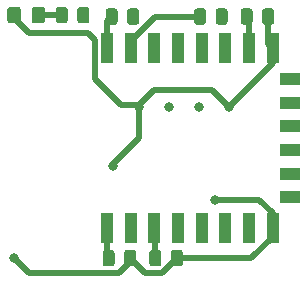
<source format=gbr>
G04 #@! TF.GenerationSoftware,KiCad,Pcbnew,6.0.5+dfsg-1~bpo11+1*
G04 #@! TF.ProjectId,esp8266_pzem16_ac,65737038-3236-4365-9f70-7a656d31365f,rev?*
G04 #@! TF.SameCoordinates,Original*
G04 #@! TF.FileFunction,Copper,L1,Top*
G04 #@! TF.FilePolarity,Positive*
%FSLAX46Y46*%
G04 Gerber Fmt 4.6, Leading zero omitted, Abs format (unit mm)*
%MOMM*%
%LPD*%
G01*
G04 APERTURE LIST*
G04 #@! TA.AperFunction,SMDPad,CuDef*
%ADD10R,1.000000X2.500000*%
G04 #@! TD*
G04 #@! TA.AperFunction,SMDPad,CuDef*
%ADD11R,1.800000X1.000000*%
G04 #@! TD*
G04 #@! TA.AperFunction,ViaPad*
%ADD12C,0.800000*%
G04 #@! TD*
G04 #@! TA.AperFunction,Conductor*
%ADD13C,0.500000*%
G04 #@! TD*
G04 APERTURE END LIST*
G04 #@! TA.AperFunction,SMDPad,CuDef*
G36*
G01*
X80363000Y-33597000D02*
X80363000Y-32697000D01*
G75*
G02*
X80613000Y-32447000I250000J0D01*
G01*
X81138000Y-32447000D01*
G75*
G02*
X81388000Y-32697000I0J-250000D01*
G01*
X81388000Y-33597000D01*
G75*
G02*
X81138000Y-33847000I-250000J0D01*
G01*
X80613000Y-33847000D01*
G75*
G02*
X80363000Y-33597000I0J250000D01*
G01*
G37*
G04 #@! TD.AperFunction*
G04 #@! TA.AperFunction,SMDPad,CuDef*
G36*
G01*
X82188000Y-33597000D02*
X82188000Y-32697000D01*
G75*
G02*
X82438000Y-32447000I250000J0D01*
G01*
X82963000Y-32447000D01*
G75*
G02*
X83213000Y-32697000I0J-250000D01*
G01*
X83213000Y-33597000D01*
G75*
G02*
X82963000Y-33847000I-250000J0D01*
G01*
X82438000Y-33847000D01*
G75*
G02*
X82188000Y-33597000I0J250000D01*
G01*
G37*
G04 #@! TD.AperFunction*
G04 #@! TA.AperFunction,SMDPad,CuDef*
G36*
G01*
X75489500Y-53144000D02*
X75489500Y-54044000D01*
G75*
G02*
X75239500Y-54294000I-250000J0D01*
G01*
X74714500Y-54294000D01*
G75*
G02*
X74464500Y-54044000I0J250000D01*
G01*
X74464500Y-53144000D01*
G75*
G02*
X74714500Y-52894000I250000J0D01*
G01*
X75239500Y-52894000D01*
G75*
G02*
X75489500Y-53144000I0J-250000D01*
G01*
G37*
G04 #@! TD.AperFunction*
G04 #@! TA.AperFunction,SMDPad,CuDef*
G36*
G01*
X73664500Y-53144000D02*
X73664500Y-54044000D01*
G75*
G02*
X73414500Y-54294000I-250000J0D01*
G01*
X72889500Y-54294000D01*
G75*
G02*
X72639500Y-54044000I0J250000D01*
G01*
X72639500Y-53144000D01*
G75*
G02*
X72889500Y-52894000I250000J0D01*
G01*
X73414500Y-52894000D01*
G75*
G02*
X73664500Y-53144000I0J-250000D01*
G01*
G37*
G04 #@! TD.AperFunction*
G04 #@! TA.AperFunction,SMDPad,CuDef*
G36*
G01*
X76426000Y-33597000D02*
X76426000Y-32697000D01*
G75*
G02*
X76676000Y-32447000I250000J0D01*
G01*
X77201000Y-32447000D01*
G75*
G02*
X77451000Y-32697000I0J-250000D01*
G01*
X77451000Y-33597000D01*
G75*
G02*
X77201000Y-33847000I-250000J0D01*
G01*
X76676000Y-33847000D01*
G75*
G02*
X76426000Y-33597000I0J250000D01*
G01*
G37*
G04 #@! TD.AperFunction*
G04 #@! TA.AperFunction,SMDPad,CuDef*
G36*
G01*
X78251000Y-33597000D02*
X78251000Y-32697000D01*
G75*
G02*
X78501000Y-32447000I250000J0D01*
G01*
X79026000Y-32447000D01*
G75*
G02*
X79276000Y-32697000I0J-250000D01*
G01*
X79276000Y-33597000D01*
G75*
G02*
X79026000Y-33847000I-250000J0D01*
G01*
X78501000Y-33847000D01*
G75*
G02*
X78251000Y-33597000I0J250000D01*
G01*
G37*
G04 #@! TD.AperFunction*
G04 #@! TA.AperFunction,SMDPad,CuDef*
G36*
G01*
X67568500Y-32570000D02*
X67568500Y-33470000D01*
G75*
G02*
X67318500Y-33720000I-250000J0D01*
G01*
X66793500Y-33720000D01*
G75*
G02*
X66543500Y-33470000I0J250000D01*
G01*
X66543500Y-32570000D01*
G75*
G02*
X66793500Y-32320000I250000J0D01*
G01*
X67318500Y-32320000D01*
G75*
G02*
X67568500Y-32570000I0J-250000D01*
G01*
G37*
G04 #@! TD.AperFunction*
G04 #@! TA.AperFunction,SMDPad,CuDef*
G36*
G01*
X65743500Y-32570000D02*
X65743500Y-33470000D01*
G75*
G02*
X65493500Y-33720000I-250000J0D01*
G01*
X64968500Y-33720000D01*
G75*
G02*
X64718500Y-33470000I0J250000D01*
G01*
X64718500Y-32570000D01*
G75*
G02*
X64968500Y-32320000I250000J0D01*
G01*
X65493500Y-32320000D01*
G75*
G02*
X65743500Y-32570000I0J-250000D01*
G01*
G37*
G04 #@! TD.AperFunction*
G04 #@! TA.AperFunction,SMDPad,CuDef*
G36*
G01*
X63821000Y-32570000D02*
X63821000Y-33470000D01*
G75*
G02*
X63571000Y-33720000I-250000J0D01*
G01*
X62921000Y-33720000D01*
G75*
G02*
X62671000Y-33470000I0J250000D01*
G01*
X62671000Y-32570000D01*
G75*
G02*
X62921000Y-32320000I250000J0D01*
G01*
X63571000Y-32320000D01*
G75*
G02*
X63821000Y-32570000I0J-250000D01*
G01*
G37*
G04 #@! TD.AperFunction*
G04 #@! TA.AperFunction,SMDPad,CuDef*
G36*
G01*
X61771000Y-32570000D02*
X61771000Y-33470000D01*
G75*
G02*
X61521000Y-33720000I-250000J0D01*
G01*
X60871000Y-33720000D01*
G75*
G02*
X60621000Y-33470000I0J250000D01*
G01*
X60621000Y-32570000D01*
G75*
G02*
X60871000Y-32320000I250000J0D01*
G01*
X61521000Y-32320000D01*
G75*
G02*
X61771000Y-32570000I0J-250000D01*
G01*
G37*
G04 #@! TD.AperFunction*
G04 #@! TA.AperFunction,SMDPad,CuDef*
G36*
G01*
X68933000Y-33597000D02*
X68933000Y-32697000D01*
G75*
G02*
X69183000Y-32447000I250000J0D01*
G01*
X69708000Y-32447000D01*
G75*
G02*
X69958000Y-32697000I0J-250000D01*
G01*
X69958000Y-33597000D01*
G75*
G02*
X69708000Y-33847000I-250000J0D01*
G01*
X69183000Y-33847000D01*
G75*
G02*
X68933000Y-33597000I0J250000D01*
G01*
G37*
G04 #@! TD.AperFunction*
G04 #@! TA.AperFunction,SMDPad,CuDef*
G36*
G01*
X70758000Y-33597000D02*
X70758000Y-32697000D01*
G75*
G02*
X71008000Y-32447000I250000J0D01*
G01*
X71533000Y-32447000D01*
G75*
G02*
X71783000Y-32697000I0J-250000D01*
G01*
X71783000Y-33597000D01*
G75*
G02*
X71533000Y-33847000I-250000J0D01*
G01*
X71008000Y-33847000D01*
G75*
G02*
X70758000Y-33597000I0J250000D01*
G01*
G37*
G04 #@! TD.AperFunction*
D10*
X69075000Y-51034000D03*
X71075000Y-51034000D03*
X73075000Y-51034000D03*
X75075000Y-51034000D03*
X77075000Y-51034000D03*
X79075000Y-51034000D03*
X81075000Y-51034000D03*
X83075000Y-51034000D03*
D11*
X84575000Y-48434000D03*
X84575000Y-46434000D03*
X84575000Y-44434000D03*
X84575000Y-42434000D03*
X84575000Y-40434000D03*
X84575000Y-38434000D03*
D10*
X83075000Y-35834000D03*
X81075000Y-35834000D03*
X79075000Y-35834000D03*
X77075000Y-35834000D03*
X75075000Y-35834000D03*
X73075000Y-35834000D03*
X71075000Y-35834000D03*
X69075000Y-35834000D03*
G04 #@! TA.AperFunction,SMDPad,CuDef*
G36*
G01*
X71529000Y-53144000D02*
X71529000Y-54044000D01*
G75*
G02*
X71279000Y-54294000I-250000J0D01*
G01*
X70754000Y-54294000D01*
G75*
G02*
X70504000Y-54044000I0J250000D01*
G01*
X70504000Y-53144000D01*
G75*
G02*
X70754000Y-52894000I250000J0D01*
G01*
X71279000Y-52894000D01*
G75*
G02*
X71529000Y-53144000I0J-250000D01*
G01*
G37*
G04 #@! TD.AperFunction*
G04 #@! TA.AperFunction,SMDPad,CuDef*
G36*
G01*
X69704000Y-53144000D02*
X69704000Y-54044000D01*
G75*
G02*
X69454000Y-54294000I-250000J0D01*
G01*
X68929000Y-54294000D01*
G75*
G02*
X68679000Y-54044000I0J250000D01*
G01*
X68679000Y-53144000D01*
G75*
G02*
X68929000Y-52894000I250000J0D01*
G01*
X69454000Y-52894000D01*
G75*
G02*
X69704000Y-53144000I0J-250000D01*
G01*
G37*
G04 #@! TD.AperFunction*
D12*
X79375000Y-40767000D03*
X69571000Y-45800000D03*
X71755000Y-40767000D03*
X61214000Y-53594000D03*
X78207000Y-48655000D03*
X71247000Y-33147000D03*
X74295000Y-40767000D03*
X76835000Y-40767000D03*
X78763500Y-33147000D03*
X67056000Y-33020000D03*
X73025000Y-35814000D03*
D13*
X71755000Y-43434000D02*
X71755000Y-40767000D01*
X61196000Y-33256000D02*
X61196000Y-33020000D01*
X68025000Y-35132000D02*
X67437000Y-34544000D01*
X69571000Y-45618000D02*
X71755000Y-43434000D01*
X71755000Y-40640000D02*
X70231000Y-40640000D01*
X67437000Y-34544000D02*
X62484000Y-34544000D01*
X70231000Y-40640000D02*
X68025000Y-38434000D01*
X77978000Y-39370000D02*
X73025000Y-39370000D01*
X82700500Y-35459500D02*
X83075000Y-35834000D01*
X62484000Y-34544000D02*
X61196000Y-33256000D01*
X69571000Y-45800000D02*
X69571000Y-45618000D01*
X73025000Y-39370000D02*
X71755000Y-40640000D01*
X79375000Y-40767000D02*
X77978000Y-39370000D01*
X83075000Y-37067000D02*
X83075000Y-35834000D01*
X68025000Y-38434000D02*
X68025000Y-35132000D01*
X79375000Y-40767000D02*
X83075000Y-37067000D01*
X82700500Y-33147000D02*
X82700500Y-35459500D01*
X83075000Y-49801000D02*
X81915000Y-48641000D01*
X70104000Y-54864000D02*
X71016500Y-53951500D01*
X73707000Y-54864000D02*
X74977000Y-53594000D01*
X81901000Y-48655000D02*
X78207000Y-48655000D01*
X83075000Y-51784000D02*
X83075000Y-51034000D01*
X61214000Y-53594000D02*
X62484000Y-54864000D01*
X72286500Y-54864000D02*
X73707000Y-54864000D01*
X71016500Y-53594000D02*
X72286500Y-54864000D01*
X83075000Y-51034000D02*
X83075000Y-49801000D01*
X71016500Y-53951500D02*
X71016500Y-53594000D01*
X74977000Y-53594000D02*
X81265000Y-53594000D01*
X62484000Y-54864000D02*
X70104000Y-54864000D01*
X81915000Y-48641000D02*
X81901000Y-48655000D01*
X81265000Y-53594000D02*
X83075000Y-51784000D01*
X78740000Y-33147000D02*
X78763500Y-33147000D01*
X73152000Y-51111000D02*
X73075000Y-51034000D01*
X73152000Y-53594000D02*
X73152000Y-51111000D01*
X69075000Y-53477500D02*
X69191500Y-53594000D01*
X69075000Y-51034000D02*
X69075000Y-53477500D01*
X80875500Y-33147000D02*
X81075000Y-33346500D01*
X81075000Y-33346500D02*
X81075000Y-35834000D01*
X69075000Y-35834000D02*
X69075000Y-33517500D01*
X69075000Y-33517500D02*
X69445500Y-33147000D01*
X73152000Y-33147000D02*
X71075000Y-35224000D01*
X76938500Y-33147000D02*
X73152000Y-33147000D01*
X71075000Y-35224000D02*
X71075000Y-35834000D01*
X63246000Y-33020000D02*
X65231000Y-33020000D01*
M02*

</source>
